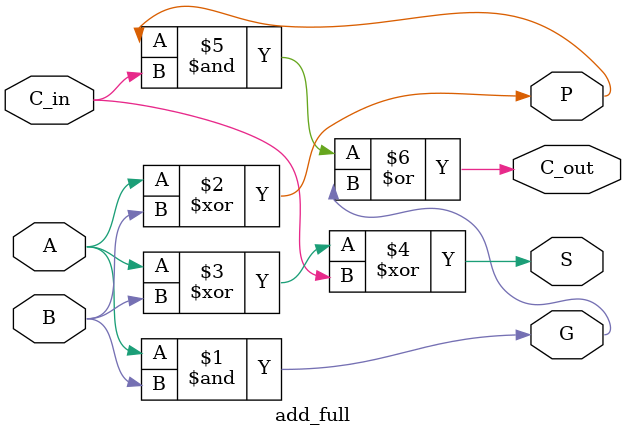
<source format=v>
module add_full (
    input wire  A, // ÊäÈëA
    input wire  B, // ÊäÈëB
    input wire C_in, // ½øÎ»ÊäÈë
    output wire  S, // ºÍÊä³ö
    output wire  P, // ´«µÝÊä³ö
    output wire  G, // ½øÎ»Êä³ö
    output wire C_out // ½øÎ»Êä³ö
);


    // Éú³ÉºÍ´«²¥ÐÅºÅ
    assign G = A & B;
    assign P = A ^ B;


    // ¼ÆËãºÍÊä³ö
    assign S = A ^ B ^ C_in;

    // ¼ÆËã×îÖÕµÄ½øÎ»Êä³ö
    assign C_out = (P&C_in)|G;

endmodule
</source>
